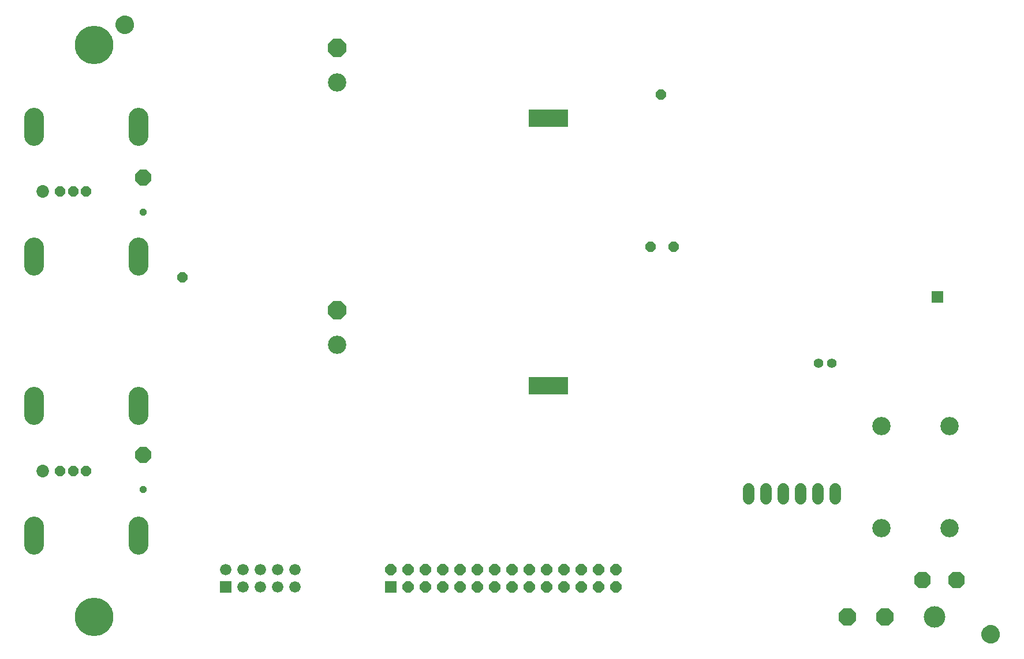
<source format=gbs>
G75*
%MOIN*%
%OFA0B0*%
%FSLAX25Y25*%
%IPPOS*%
%LPD*%
%AMOC8*
5,1,8,0,0,1.08239X$1,22.5*
%
%ADD10R,0.22500X0.10000*%
%ADD11R,0.06500X0.06500*%
%ADD12C,0.13198*%
%ADD13OC8,0.10293*%
%ADD14C,0.12411*%
%ADD15C,0.00500*%
%ADD16OC8,0.09655*%
%ADD17C,0.10600*%
%ADD18C,0.06506*%
%ADD19C,0.05600*%
%ADD20OC8,0.05915*%
%ADD21OC8,0.09200*%
%ADD22OC8,0.04143*%
%ADD23C,0.11238*%
%ADD24OC8,0.06506*%
%ADD25R,0.06506X0.06506*%
%ADD26OC8,0.10600*%
%ADD27R,0.06600X0.06600*%
%ADD28C,0.06600*%
%ADD29C,0.07293*%
%ADD30C,0.22254*%
D10*
X0473272Y0190220D03*
X0473272Y0344720D03*
D11*
X0697772Y0241470D03*
D12*
X0210829Y0387083D03*
X0210829Y0056374D03*
D13*
X0645869Y0056374D03*
X0667522Y0056374D03*
D14*
X0696262Y0056374D03*
D15*
X0723847Y0048242D02*
X0724216Y0049031D01*
X0724716Y0049745D01*
X0725332Y0050362D01*
X0726046Y0050862D01*
X0726836Y0051230D01*
X0727678Y0051456D01*
X0728546Y0051531D01*
X0729414Y0051456D01*
X0730256Y0051230D01*
X0731046Y0050862D01*
X0731760Y0050362D01*
X0732376Y0049745D01*
X0732876Y0049031D01*
X0733244Y0048242D01*
X0733470Y0047400D01*
X0733546Y0046531D01*
X0733470Y0045663D01*
X0733244Y0044821D01*
X0732876Y0044031D01*
X0732376Y0043318D01*
X0731760Y0042701D01*
X0731046Y0042201D01*
X0730256Y0041833D01*
X0729414Y0041607D01*
X0728546Y0041531D01*
X0727678Y0041607D01*
X0726836Y0041833D01*
X0726046Y0042201D01*
X0725332Y0042701D01*
X0724716Y0043318D01*
X0724216Y0044031D01*
X0723847Y0044821D01*
X0723622Y0045663D01*
X0723546Y0046531D01*
X0723622Y0047400D01*
X0723847Y0048242D01*
X0723831Y0048180D02*
X0733261Y0048180D01*
X0733394Y0047682D02*
X0723697Y0047682D01*
X0723603Y0047183D02*
X0733489Y0047183D01*
X0733533Y0046685D02*
X0723559Y0046685D01*
X0723576Y0046186D02*
X0733516Y0046186D01*
X0733472Y0045688D02*
X0723620Y0045688D01*
X0723749Y0045189D02*
X0733343Y0045189D01*
X0733183Y0044691D02*
X0723908Y0044691D01*
X0724141Y0044192D02*
X0732951Y0044192D01*
X0732640Y0043694D02*
X0724452Y0043694D01*
X0724838Y0043195D02*
X0732254Y0043195D01*
X0731753Y0042697D02*
X0725339Y0042697D01*
X0726053Y0042198D02*
X0731039Y0042198D01*
X0729758Y0041700D02*
X0727334Y0041700D01*
X0724051Y0048679D02*
X0733041Y0048679D01*
X0732774Y0049177D02*
X0724318Y0049177D01*
X0724667Y0049676D02*
X0732425Y0049676D01*
X0731947Y0050174D02*
X0725145Y0050174D01*
X0725776Y0050673D02*
X0731316Y0050673D01*
X0730382Y0051171D02*
X0726710Y0051171D01*
X0232876Y0396394D02*
X0232376Y0395680D01*
X0231760Y0395063D01*
X0231046Y0394564D01*
X0230256Y0394195D01*
X0229414Y0393970D01*
X0228546Y0393894D01*
X0227678Y0393970D01*
X0226836Y0394195D01*
X0226046Y0394564D01*
X0225332Y0395063D01*
X0224716Y0395680D01*
X0224216Y0396394D01*
X0223847Y0397184D01*
X0223622Y0398025D01*
X0223546Y0398894D01*
X0223622Y0399762D01*
X0223847Y0400604D01*
X0224216Y0401394D01*
X0224716Y0402108D01*
X0225332Y0402724D01*
X0226046Y0403224D01*
X0226836Y0403592D01*
X0227678Y0403818D01*
X0228546Y0403894D01*
X0229414Y0403818D01*
X0230256Y0403592D01*
X0231046Y0403224D01*
X0231760Y0402724D01*
X0232376Y0402108D01*
X0232876Y0401394D01*
X0233244Y0400604D01*
X0233470Y0399762D01*
X0233546Y0398894D01*
X0233470Y0398025D01*
X0233244Y0397184D01*
X0232876Y0396394D01*
X0232991Y0396640D02*
X0224101Y0396640D01*
X0223869Y0397138D02*
X0233223Y0397138D01*
X0233366Y0397637D02*
X0223726Y0397637D01*
X0223612Y0398135D02*
X0233480Y0398135D01*
X0233523Y0398634D02*
X0223569Y0398634D01*
X0223567Y0399132D02*
X0233525Y0399132D01*
X0233481Y0399631D02*
X0223610Y0399631D01*
X0223720Y0400129D02*
X0233372Y0400129D01*
X0233233Y0400628D02*
X0223859Y0400628D01*
X0224091Y0401126D02*
X0233001Y0401126D01*
X0232714Y0401625D02*
X0224378Y0401625D01*
X0224731Y0402123D02*
X0232360Y0402123D01*
X0231862Y0402622D02*
X0225230Y0402622D01*
X0225898Y0403120D02*
X0231194Y0403120D01*
X0230156Y0403619D02*
X0226935Y0403619D01*
X0224393Y0396141D02*
X0232699Y0396141D01*
X0232339Y0395643D02*
X0224753Y0395643D01*
X0225251Y0395144D02*
X0231841Y0395144D01*
X0231163Y0394646D02*
X0225929Y0394646D01*
X0227015Y0394147D02*
X0230077Y0394147D01*
D16*
X0689176Y0078028D03*
X0708861Y0078028D03*
D17*
X0704707Y0107943D03*
X0665337Y0107943D03*
X0665337Y0166998D03*
X0704707Y0166998D03*
X0351272Y0213970D03*
X0351272Y0365470D03*
D18*
X0588772Y0130673D02*
X0588772Y0124768D01*
X0598772Y0124768D02*
X0598772Y0130673D01*
X0608772Y0130673D02*
X0608772Y0124768D01*
X0618772Y0124768D02*
X0618772Y0130673D01*
X0628772Y0130673D02*
X0628772Y0124768D01*
X0638772Y0124768D02*
X0638772Y0130673D01*
D19*
X0636959Y0203220D03*
X0629085Y0203220D03*
D20*
X0545522Y0270470D03*
X0532272Y0270470D03*
X0538272Y0358470D03*
X0261772Y0252970D03*
X0206302Y0302437D03*
X0198802Y0302437D03*
X0191302Y0302437D03*
X0191302Y0141020D03*
X0198802Y0141020D03*
X0206302Y0141020D03*
D21*
X0239272Y0150220D03*
X0239272Y0310470D03*
D22*
X0239272Y0290470D03*
X0239272Y0130220D03*
D23*
X0176184Y0108937D02*
X0176184Y0098299D01*
X0236420Y0098299D02*
X0236420Y0108937D01*
X0236420Y0173299D02*
X0236420Y0183937D01*
X0176184Y0183937D02*
X0176184Y0173299D01*
X0176184Y0259520D02*
X0176184Y0270157D01*
X0236420Y0270157D02*
X0236420Y0259520D01*
X0236420Y0334520D02*
X0236420Y0345157D01*
X0176184Y0345157D02*
X0176184Y0334520D01*
D24*
X0382168Y0083933D03*
X0392168Y0083933D03*
X0402168Y0083933D03*
X0412168Y0083933D03*
X0412168Y0073933D03*
X0402168Y0073933D03*
X0392168Y0073933D03*
X0422168Y0073933D03*
X0432168Y0073933D03*
X0442168Y0073933D03*
X0452168Y0073933D03*
X0462168Y0073933D03*
X0472168Y0073933D03*
X0482168Y0073933D03*
X0492168Y0073933D03*
X0502168Y0073933D03*
X0512168Y0073933D03*
X0512168Y0083933D03*
X0502168Y0083933D03*
X0492168Y0083933D03*
X0482168Y0083933D03*
X0472168Y0083933D03*
X0462168Y0083933D03*
X0452168Y0083933D03*
X0442168Y0083933D03*
X0432168Y0083933D03*
X0422168Y0083933D03*
D25*
X0382168Y0073933D03*
D26*
X0351272Y0233970D03*
X0351272Y0385470D03*
D27*
X0286971Y0073933D03*
D28*
X0296971Y0073933D03*
X0296971Y0083933D03*
X0286971Y0083933D03*
X0306971Y0083933D03*
X0316971Y0083933D03*
X0326971Y0083933D03*
X0326971Y0073933D03*
X0316971Y0073933D03*
X0306971Y0073933D03*
D29*
X0181302Y0141020D03*
X0181302Y0302437D03*
D30*
X0210829Y0387083D03*
X0210829Y0056374D03*
M02*

</source>
